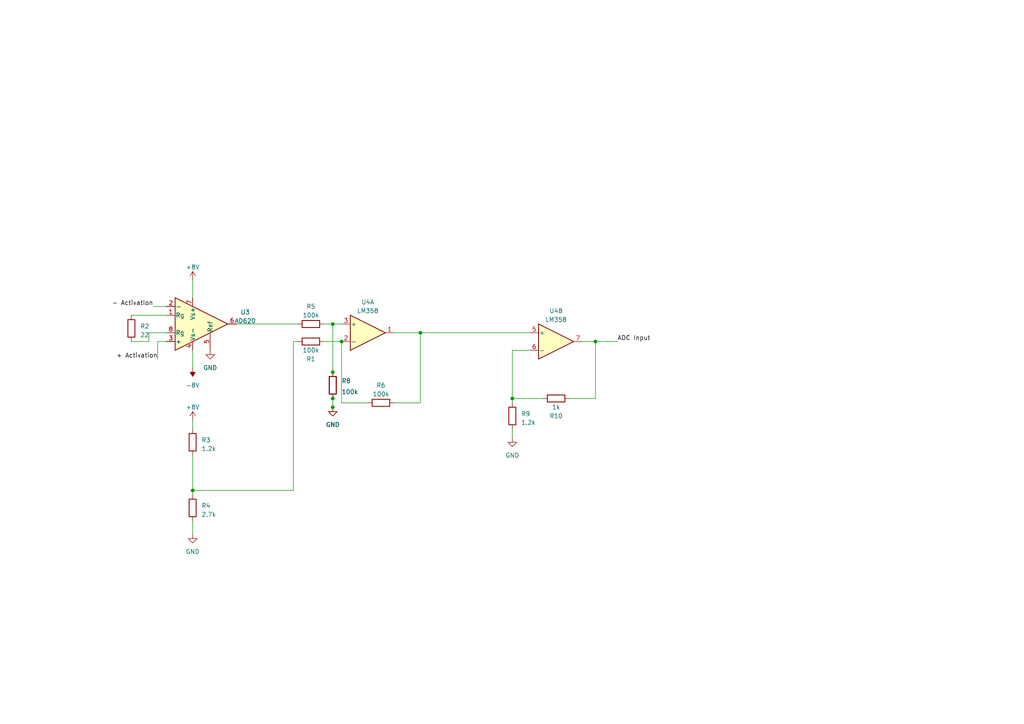
<source format=kicad_sch>
(kicad_sch (version 20230121) (generator eeschema)
  (paper "A4")
  (lib_symbols
    (symbol "Amplifier_Instrumentation:AD620" (pin_names (offset 0.127))
      (property "Reference" "U" (at 3.81 7.62 0))
      (property "Value" "AD620" (at 5.08 5.08 0))
      (symbol "AD620_0_1"
        (polyline (pts (xy -7.62 7.62) (xy -7.62 -7.62) (xy 7.62 0) (xy -7.62 7.62)) (stroke (width 0.254)) (fill (type background)))
      )
      (symbol "AD620_1_1"
        (pin passive line (at -10.16 2.54 0) (length 2.54) (name "Rg") (number "1"))
        (pin input line (at -10.16 5.08 0) (length 2.54) (name "-") (number "2"))
        (pin input line (at -10.16 -5.08 0) (length 2.54) (name "+") (number "3"))
        (pin power_in line (at -2.54 -7.62 90) (length 2.54) (name "Vs-") (number "4"))
        (pin passive line (at 2.54 -7.62 90) (length 5.08) (name "Ref") (number "5"))
        (pin output line (at 10.16 0 180) (length 2.54) (name "~") (number "6"))
        (pin power_in line (at -2.54 7.62 270) (length 2.54) (name "Vs+") (number "7"))
        (pin passive line (at -10.16 -2.54 0) (length 2.54) (name "Rg") (number "8"))
      )
    )
    (symbol "Amplifier_Operational:LM358" (pin_names (offset 0.127))
      (property "Reference" "U" (at 0 5.08 0))
      (property "Value" "LM358" (at 0 -5.08 0))
      (symbol "LM358_1_1"
        (polyline (pts (xy -5.08 5.08) (xy 5.08 0) (xy -5.08 -5.08) (xy -5.08 5.08)) (stroke (width 0.254)) (fill (type background)))
        (pin output line (at 7.62 0 180) (length 2.54) (name "~") (number "1"))
        (pin input line (at -7.62 -2.54 0) (length 2.54) (name "-") (number "2"))
        (pin input line (at -7.62 2.54 0) (length 2.54) (name "+") (number "3"))
      )
      (symbol "LM358_2_1"
        (polyline (pts (xy -5.08 5.08) (xy 5.08 0) (xy -5.08 -5.08) (xy -5.08 5.08)) (stroke (width 0.254)) (fill (type background)))
        (pin input line (at -7.62 2.54 0) (length 2.54) (name "+") (number "5"))
        (pin input line (at -7.62 -2.54 0) (length 2.54) (name "-") (number "6"))
        (pin output line (at 7.62 0 180) (length 2.54) (name "~") (number "7"))
      )
      (symbol "LM358_3_1"
        (pin power_in line (at -2.54 -7.62 90) (length 3.81) (name "V-") (number "4"))
        (pin power_in line (at -2.54 7.62 270) (length 3.81) (name "V+") (number "8"))
      )
    )
    (symbol "Device:R" (pin_numbers hide) (pin_names (offset 0))
      (property "Reference" "R" (at 2.032 0 90))
      (property "Value" "R" (at 0 0 90))
      (symbol "R_0_1"
        (rectangle (start -1.016 -2.54) (end 1.016 2.54) (stroke (width 0.254)))
      )
      (symbol "R_1_1"
        (pin passive line (at 0 3.81 270) (length 1.27) (name "~") (number "1"))
        (pin passive line (at 0 -3.81 90) (length 1.27) (name "~") (number "2"))
      )
    )
    (symbol "power:+8V" (power) (pin_names (offset 0))
      (property "Value" "+8V" (at 0 3.556 0))
      (symbol "+8V_0_1"
        (polyline (pts (xy -0.762 1.27) (xy 0 2.54)))
        (polyline (pts (xy 0 0) (xy 0 2.54)))
        (polyline (pts (xy 0 2.54) (xy 0.762 1.27)))
      )
      (symbol "+8V_1_1"
        (pin power_in line (at 0 0 90) (length 0) hide (name "+8V") (number "1"))
      )
    )
    (symbol "power:-8V" (power) (pin_names (offset 0))
      (property "Value" "-8V" (at 0 3.81 0))
      (symbol "-8V_0_0"
        (pin power_in line (at 0 0 90) (length 0) hide (name "-8V") (number "1"))
      )
      (symbol "-8V_0_1"
        (polyline (pts (xy 0 0) (xy 0 1.27) (xy 0.762 1.27) (xy 0 2.54) (xy -0.762 1.27) (xy 0 1.27)) (fill (type outline)))
      )
    )
    (symbol "power:GND" (power) (pin_names (offset 0))
      (property "Value" "GND" (at 0 -3.81 0))
      (symbol "GND_0_1"
        (polyline (pts (xy 0 0) (xy 0 -1.27) (xy 1.27 -1.27) (xy 0 -2.54) (xy -1.27 -1.27) (xy 0 -1.27)))
      )
      (symbol "GND_1_1"
        (pin power_in line (at 0 0 270) (length 0) hide (name "GND") (number "1"))
      )
    )
  )
  (junction (at 121.92 96.52))
  (junction (at 96.52 115.57))
  (junction (at 96.52 107.95))
  (junction (at 96.52 118.11))
  (junction (at 96.52 93.98))
  (junction (at 172.72 99.06))
  (junction (at 148.59 115.57))
  (junction (at 99.06 99.06))
  (junction (at 55.88 142.24))
  (wire (pts (xy 44.45 88.9) (xy 48.26 88.9)))
  (wire (pts (xy 85.09 99.06) (xy 86.36 99.06)))
  (wire (pts (xy 43.18 99.06) (xy 43.18 96.52)))
  (wire (pts (xy 148.59 101.6) (xy 153.67 101.6)))
  (wire (pts (xy 93.98 93.98) (xy 96.52 93.98)))
  (wire (pts (xy 96.52 93.98) (xy 99.06 93.98)))
  (wire (pts (xy 68.58 93.98) (xy 86.36 93.98)))
  (wire (pts (xy 114.3 116.84) (xy 121.92 116.84)))
  (wire (pts (xy 172.72 115.57) (xy 172.72 99.06)))
  (wire (pts (xy 55.88 81.28) (xy 55.88 86.36)))
  (wire (pts (xy 93.98 99.06) (xy 99.06 99.06)))
  (wire (pts (xy 55.88 142.24) (xy 55.88 143.51)))
  (wire (pts (xy 96.52 118.11) (xy 96.52 115.57)))
  (wire (pts (xy 172.72 99.06) (xy 168.91 99.06)))
  (wire (pts (xy 172.72 99.06) (xy 179.07 99.06)))
  (wire (pts (xy 55.88 121.92) (xy 55.88 124.46)))
  (wire (pts (xy 148.59 101.6) (xy 148.59 115.57)))
  (wire (pts (xy 99.06 99.06) (xy 99.06 116.84)))
  (wire (pts (xy 55.88 151.13) (xy 55.88 154.94)))
  (wire (pts (xy 148.59 115.57) (xy 157.48 115.57)))
  (wire (pts (xy 43.18 96.52) (xy 48.26 96.52)))
  (wire (pts (xy 121.92 96.52) (xy 114.3 96.52)))
  (wire (pts (xy 121.92 116.84) (xy 121.92 96.52)))
  (wire (pts (xy 165.1 115.57) (xy 172.72 115.57)))
  (wire (pts (xy 55.88 142.24) (xy 85.09 142.24)))
  (wire (pts (xy 38.1 99.06) (xy 43.18 99.06)))
  (wire (pts (xy 55.88 132.08) (xy 55.88 142.24)))
  (wire (pts (xy 99.06 116.84) (xy 106.68 116.84)))
  (wire (pts (xy 96.52 107.95) (xy 96.52 93.98)))
  (wire (pts (xy 148.59 115.57) (xy 148.59 116.84)))
  (wire (pts (xy 38.1 91.44) (xy 48.26 91.44)))
  (wire (pts (xy 45.72 99.06) (xy 48.26 99.06)))
  (wire (pts (xy 85.09 99.06) (xy 85.09 142.24)))
  (wire (pts (xy 121.92 96.52) (xy 153.67 96.52)))
  (wire (pts (xy 55.88 101.6) (xy 55.88 106.68)))
  (wire (pts (xy 148.59 127) (xy 148.59 124.46)))
  (wire (pts (xy 45.72 104.14) (xy 45.72 99.06)))
  (label "ADC Input" (at 179.07 99.06 0))
  (label "+ Activation" (at 45.72 104.14 180))
  (label "- Activation" (at 44.45 88.9 180))
  (symbol (lib_id "Device:R") (at 161.29 115.57 90) (unit 1)
    (property "Reference" "R10" (at 161.29 120.65 90))
    (property "Value" "1k" (at 161.29 118.11 90))
  )
  (symbol (lib_id "Device:R") (at 96.52 111.76 180) (unit 1)
    (property "Reference" "R8" (at 99.06 110.49 0) (effects (justify right)))
    (property "Value" "10k" (effects hide))
  )
  (symbol (lib_id "Amplifier_Instrumentation:AD620") (at 58.42 93.98 0) (unit 1)
    (property "Reference" "U3" (at 71.12 90.5511 0))
    (property "Value" "AD620" (at 71.12 93.0911 0))
    (property "Datasheet" "https://www.analog.com/media/en/technical-documentation/data-sheets/AD620.pdf" (effects hide))
  )
  (symbol (lib_id "Device:R") (at 110.49 116.84 90) (unit 1)
    (property "Reference" "R6" (at 110.49 111.76 90))
    (property "Value" "100k" (at 110.49 114.3 90))
  )
  (symbol (lib_id "power:GND") (at 96.52 118.11 0) (unit 1)
    (property "Reference" "#PWR08" (effects hide))
    (property "Value" "GND" (at 96.52 123.19 0))
  )
  (symbol (lib_id "power:+8V") (at 55.88 121.92 0) (unit 1)
    (property "Reference" "#PWR04" (effects hide))
    (property "Value" "+8V" (at 55.88 118.11 0))
  )
  (symbol (lib_id "Device:R") (at 55.88 147.32 0) (unit 1)
    (property "Reference" "R4" (at 58.42 146.685 0) (effects (justify left)))
    (property "Value" "2.7k" (at 58.42 149.225 0) (effects (justify left)))
  )
  (symbol (lib_id "Amplifier_Operational:LM358") (at 161.29 99.06 0) (unit 2)
    (property "Reference" "U4" (at 161.29 90.17 0))
    (property "Value" "LM358" (at 161.29 92.71 0))
    (property "Datasheet" "http://www.ti.com/lit/ds/symlink/lm2904-n.pdf" (effects hide))
  )
  (symbol (lib_id "Device:R") (at 90.17 99.06 90) (unit 1)
    (property "Reference" "R1" (at 90.17 104.14 90))
    (property "Value" "100k" (at 90.17 101.6 90))
  )
  (symbol (lib_id "power:GND") (at 55.88 154.94 0) (unit 1)
    (property "Reference" "#PWR05" (effects hide))
    (property "Value" "GND" (at 55.88 160.02 0))
  )
  (symbol (lib_id "power:GND") (at 60.96 101.6 0) (unit 1)
    (property "Reference" "#PWR03" (effects hide))
    (property "Value" "GND" (at 60.96 106.68 0))
  )
  (symbol (lib_id "power:GND") (at 148.59 127 0) (unit 1)
    (property "Reference" "#PWR016" (effects hide))
    (property "Value" "GND" (at 148.59 132.08 0))
  )
  (symbol (lib_id "Amplifier_Operational:LM358") (at 106.68 96.52 0) (unit 1)
    (property "Reference" "U4" (at 106.68 87.63 0))
    (property "Value" "LM358" (at 106.68 90.17 0))
    (property "Datasheet" "http://www.ti.com/lit/ds/symlink/lm2904-n.pdf" (effects hide))
  )
  (symbol (lib_id "power:-8V") (at 55.88 106.68 180) (unit 1)
    (property "Reference" "#PWR02" (effects hide))
    (property "Value" "-8V" (at 55.88 111.76 0))
  )
  (symbol (lib_id "power:+8V") (at 55.88 81.28 0) (unit 1)
    (property "Reference" "#PWR01" (effects hide))
    (property "Value" "+8V" (at 55.88 77.47 0))
  )
  (symbol (lib_id "Device:R") (at 96.52 111.76 180) (unit 1)
    (property "Reference" "R7" (effects hide))
    (property "Value" "100k" (at 99.06 113.665 0) (effects (justify right)))
  )
  (symbol (lib_id "Device:R") (at 90.17 93.98 90) (unit 1)
    (property "Reference" "R5" (at 90.17 88.9 90))
    (property "Value" "100k" (at 90.17 91.44 90))
  )
  (symbol (lib_id "Device:R") (at 55.88 128.27 0) (unit 1)
    (property "Reference" "R3" (at 58.42 127.635 0) (effects (justify left)))
    (property "Value" "1.2k" (at 58.42 130.175 0) (effects (justify left)))
  )
  (symbol (lib_id "Device:R") (at 38.1 95.25 0) (unit 1)
    (property "Reference" "R2" (at 40.64 94.615 0) (effects (justify left)))
    (property "Value" "22" (at 40.64 97.155 0) (effects (justify left)))
  )
  (symbol (lib_id "power:GND") (at 96.52 118.11 0) (unit 1)
    (property "Reference" "#PWR015" (effects hide))
    (property "Value" "GND" (at 96.52 123.19 0))
  )
  (symbol (lib_id "Device:R") (at 148.59 120.65 180) (unit 1)
    (property "Reference" "R9" (at 151.13 120.015 0) (effects (justify right)))
    (property "Value" "1.2k" (at 151.13 122.555 0) (effects (justify right)))
  )
)
</source>
